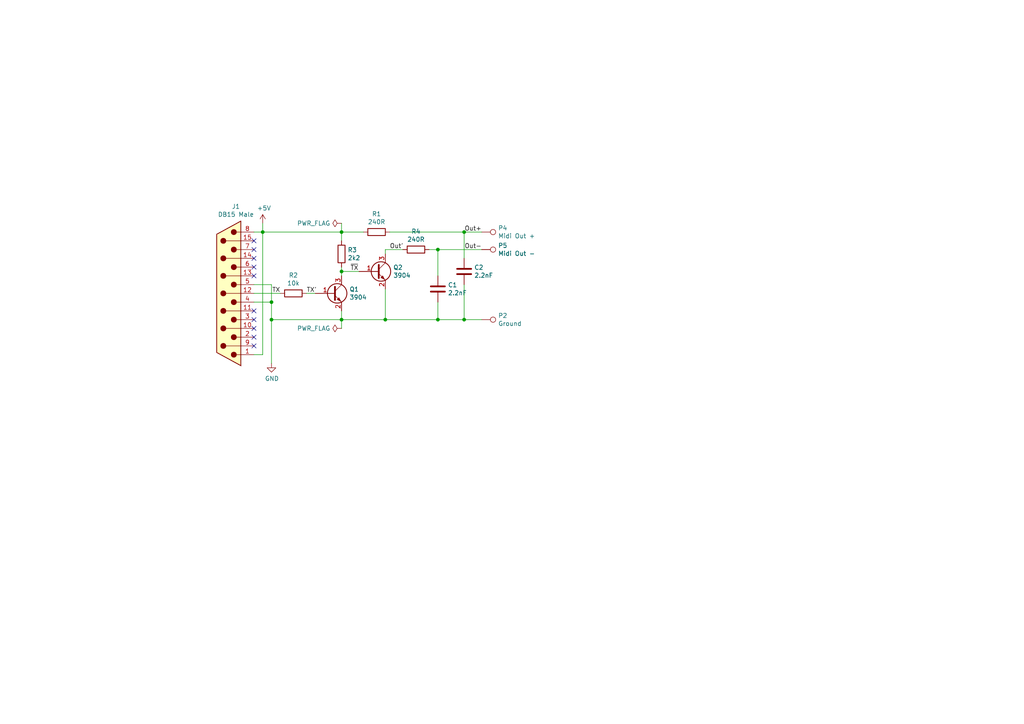
<source format=kicad_sch>
(kicad_sch (version 20211123) (generator eeschema)
  (paper "A4")
  (lib_symbols
    (symbol "Connector:DB15_Male" (pin_names (offset 1.016) hide)
      (property "Reference" "J" (at 0.508 21.59 0))
      (property "Value" "DB15_Male" (at 0 -22.225 0))
      (symbol "DB15_Male_0_1"
        (circle (center -1.778 -17.78) (radius 0.762) (fill (type outline)))
        (circle (center -1.778 -12.7) (radius 0.762) (fill (type outline)))
        (circle (center -1.778 -7.62) (radius 0.762) (fill (type outline)))
        (circle (center -1.778 -2.54) (radius 0.762) (fill (type outline)))
        (circle (center -1.778 2.54) (radius 0.762) (fill (type outline)))
        (circle (center -1.778 7.62) (radius 0.762) (fill (type outline)))
        (circle (center -1.778 12.7) (radius 0.762) (fill (type outline)))
        (circle (center -1.778 17.78) (radius 0.762) (fill (type outline)))
        (polyline (pts (xy -3.81 -17.78) (xy -2.54 -17.78)))
        (polyline (pts (xy -3.81 -15.24) (xy 0.508 -15.24)))
        (polyline (pts (xy -3.81 -12.7) (xy -2.54 -12.7)))
        (polyline (pts (xy -3.81 -10.16) (xy 0.508 -10.16)))
        (polyline (pts (xy -3.81 -7.62) (xy -2.54 -7.62)))
        (polyline (pts (xy -3.81 -5.08) (xy 0.508 -5.08)))
        (polyline (pts (xy -3.81 -2.54) (xy -2.54 -2.54)))
        (polyline (pts (xy -3.81 0) (xy 0.508 0)))
        (polyline (pts (xy -3.81 2.54) (xy -2.54 2.54)))
        (polyline (pts (xy -3.81 5.08) (xy 0.508 5.08)))
        (polyline (pts (xy -3.81 7.62) (xy -2.54 7.62)))
        (polyline (pts (xy -3.81 10.16) (xy 0.508 10.16)))
        (polyline (pts (xy -3.81 12.7) (xy -2.54 12.7)))
        (polyline (pts (xy -3.81 15.24) (xy 0.508 15.24)))
        (polyline (pts (xy -3.81 17.78) (xy -2.54 17.78)))
        (polyline (pts (xy -3.81 -20.955) (xy 3.175 -17.145) (xy 3.175 17.145) (xy -3.81 20.955) (xy -3.81 -20.955)) (stroke (width 0.254)) (fill (type background)))
        (circle (center 1.27 -15.24) (radius 0.762) (fill (type outline)))
        (circle (center 1.27 -10.16) (radius 0.762) (fill (type outline)))
        (circle (center 1.27 -5.08) (radius 0.762) (fill (type outline)))
        (circle (center 1.27 0) (radius 0.762) (fill (type outline)))
        (circle (center 1.27 5.08) (radius 0.762) (fill (type outline)))
        (circle (center 1.27 10.16) (radius 0.762) (fill (type outline)))
        (circle (center 1.27 15.24) (radius 0.762) (fill (type outline)))
      )
      (symbol "DB15_Male_1_1"
        (pin passive line (at -7.62 -17.78 0) (length 3.81) (name "1") (number "1"))
        (pin passive line (at -7.62 -10.16 0) (length 3.81) (name "P10") (number "10"))
        (pin passive line (at -7.62 -5.08 0) (length 3.81) (name "P111") (number "11"))
        (pin passive line (at -7.62 0 0) (length 3.81) (name "P12") (number "12"))
        (pin passive line (at -7.62 5.08 0) (length 3.81) (name "P13") (number "13"))
        (pin passive line (at -7.62 10.16 0) (length 3.81) (name "P14") (number "14"))
        (pin passive line (at -7.62 15.24 0) (length 3.81) (name "P15") (number "15"))
        (pin passive line (at -7.62 -12.7 0) (length 3.81) (name "2") (number "2"))
        (pin passive line (at -7.62 -7.62 0) (length 3.81) (name "3") (number "3"))
        (pin passive line (at -7.62 -2.54 0) (length 3.81) (name "4") (number "4"))
        (pin passive line (at -7.62 2.54 0) (length 3.81) (name "5") (number "5"))
        (pin passive line (at -7.62 7.62 0) (length 3.81) (name "6") (number "6"))
        (pin passive line (at -7.62 12.7 0) (length 3.81) (name "7") (number "7"))
        (pin passive line (at -7.62 17.78 0) (length 3.81) (name "8") (number "8"))
        (pin passive line (at -7.62 -15.24 0) (length 3.81) (name "P9") (number "9"))
      )
    )
    (symbol "Connector:TestPoint" (pin_numbers hide) (pin_names (offset 0.762) hide)
      (property "Reference" "TP" (at 0 6.858 0))
      (property "Value" "TestPoint" (at 0 5.08 0))
      (symbol "TestPoint_0_1"
        (circle (center 0 3.302) (radius 0.762))
      )
      (symbol "TestPoint_1_1"
        (pin passive line (at 0 0 90) (length 2.54) (name "1") (number "1"))
      )
    )
    (symbol "Device:C" (pin_numbers hide) (pin_names (offset 0.254))
      (property "Reference" "C" (at 0.635 2.54 0))
      (property "Value" "C" (at 0.635 -2.54 0))
      (symbol "C_0_1"
        (polyline (pts (xy -2.032 -0.762) (xy 2.032 -0.762)) (stroke (width 0.508)))
        (polyline (pts (xy -2.032 0.762) (xy 2.032 0.762)) (stroke (width 0.508)))
      )
      (symbol "C_1_1"
        (pin passive line (at 0 3.81 270) (length 2.794) (name "~") (number "1"))
        (pin passive line (at 0 -3.81 90) (length 2.794) (name "~") (number "2"))
      )
    )
    (symbol "Device:R" (pin_numbers hide) (pin_names (offset 0))
      (property "Reference" "R" (at 2.032 0 90))
      (property "Value" "R" (at 0 0 90))
      (symbol "R_0_1"
        (rectangle (start -1.016 -2.54) (end 1.016 2.54) (stroke (width 0.254)))
      )
      (symbol "R_1_1"
        (pin passive line (at 0 3.81 270) (length 1.27) (name "~") (number "1"))
        (pin passive line (at 0 -3.81 90) (length 1.27) (name "~") (number "2"))
      )
    )
    (symbol "Transistor_BJT:BC846" (pin_names (offset 0) hide)
      (property "Reference" "Q" (at 5.08 1.905 0))
      (property "Value" "BC846" (at 5.08 0 0))
      (symbol "BC846_0_1"
        (polyline (pts (xy 0.635 0.635) (xy 2.54 2.54)))
        (polyline (pts (xy 0.635 -0.635) (xy 2.54 -2.54) (xy 2.54 -2.54)))
        (polyline (pts (xy 0.635 1.905) (xy 0.635 -1.905) (xy 0.635 -1.905)) (stroke (width 0.508)))
        (polyline (pts (xy 1.27 -1.778) (xy 1.778 -1.27) (xy 2.286 -2.286) (xy 1.27 -1.778) (xy 1.27 -1.778)) (fill (type outline)))
        (circle (center 1.27 0) (radius 2.8194) (stroke (width 0.254)))
      )
      (symbol "BC846_1_1"
        (pin input line (at -5.08 0 0) (length 5.715) (name "B") (number "1"))
        (pin passive line (at 2.54 -5.08 90) (length 2.54) (name "E") (number "2"))
        (pin passive line (at 2.54 5.08 270) (length 2.54) (name "C") (number "3"))
      )
    )
    (symbol "power:+5V" (power) (pin_names (offset 0))
      (property "Value" "+5V" (at 0 3.556 0))
      (symbol "+5V_0_1"
        (polyline (pts (xy -0.762 1.27) (xy 0 2.54)))
        (polyline (pts (xy 0 0) (xy 0 2.54)))
        (polyline (pts (xy 0 2.54) (xy 0.762 1.27)))
      )
      (symbol "+5V_1_1"
        (pin power_in line (at 0 0 90) (length 0) hide (name "+5V") (number "1"))
      )
    )
    (symbol "power:GND" (power) (pin_names (offset 0))
      (property "Value" "GND" (at 0 -3.81 0))
      (symbol "GND_0_1"
        (polyline (pts (xy 0 0) (xy 0 -1.27) (xy 1.27 -1.27) (xy 0 -2.54) (xy -1.27 -1.27) (xy 0 -1.27)))
      )
      (symbol "GND_1_1"
        (pin power_in line (at 0 0 270) (length 0) hide (name "GND") (number "1"))
      )
    )
    (symbol "power:PWR_FLAG" (power) (pin_numbers hide) (pin_names (offset 0) hide)
      (property "Value" "PWR_FLAG" (at 0 3.81 0))
      (symbol "PWR_FLAG_0_0"
        (pin power_out line (at 0 0 90) (length 0) (name "pwr") (number "1"))
      )
      (symbol "PWR_FLAG_0_1"
        (polyline (pts (xy 0 0) (xy 0 1.27) (xy -1.016 1.905) (xy 0 2.54) (xy 1.016 1.905) (xy 0 1.27)))
      )
    )
  )
  (junction (at 76.2 67.31))
  (junction (at 111.76 92.71))
  (junction (at 99.06 92.71))
  (junction (at 134.62 92.71))
  (junction (at 127 92.71))
  (junction (at 78.74 92.71))
  (junction (at 78.74 87.63))
  (junction (at 99.06 78.74))
  (junction (at 127 72.39))
  (junction (at 99.06 67.31))
  (junction (at 134.62 67.31))
  (no_connect (at 73.66 72.39))
  (no_connect (at 73.66 74.93))
  (no_connect (at 73.66 97.79))
  (no_connect (at 73.66 100.33))
  (no_connect (at 73.66 90.17))
  (no_connect (at 73.66 92.71))
  (no_connect (at 73.66 95.25))
  (no_connect (at 73.66 80.01))
  (no_connect (at 73.66 77.47))
  (no_connect (at 73.66 69.85))
  (wire (pts (xy 99.06 78.74) (xy 99.06 77.47)))
  (wire (pts (xy 99.06 80.01) (xy 99.06 78.74)))
  (wire (pts (xy 111.76 72.39) (xy 111.76 73.66)))
  (wire (pts (xy 104.14 78.74) (xy 99.06 78.74)))
  (wire (pts (xy 78.74 82.55) (xy 78.74 87.63)))
  (wire (pts (xy 113.03 67.31) (xy 134.62 67.31)))
  (wire (pts (xy 78.74 92.71) (xy 99.06 92.71)))
  (wire (pts (xy 99.06 67.31) (xy 76.2 67.31)))
  (wire (pts (xy 73.66 87.63) (xy 78.74 87.63)))
  (wire (pts (xy 134.62 92.71) (xy 139.7 92.71)))
  (wire (pts (xy 134.62 92.71) (xy 134.62 82.55)))
  (wire (pts (xy 99.06 69.85) (xy 99.06 67.31)))
  (wire (pts (xy 127 80.01) (xy 127 72.39)))
  (wire (pts (xy 76.2 67.31) (xy 76.2 64.77)))
  (wire (pts (xy 134.62 74.93) (xy 134.62 67.31)))
  (wire (pts (xy 73.66 102.87) (xy 76.2 102.87)))
  (wire (pts (xy 78.74 92.71) (xy 78.74 105.41)))
  (wire (pts (xy 88.9 85.09) (xy 91.44 85.09)))
  (wire (pts (xy 73.66 82.55) (xy 78.74 82.55)))
  (wire (pts (xy 99.06 92.71) (xy 99.06 90.17)))
  (wire (pts (xy 127 92.71) (xy 134.62 92.71)))
  (wire (pts (xy 73.66 85.09) (xy 81.28 85.09)))
  (wire (pts (xy 76.2 102.87) (xy 76.2 67.31)))
  (wire (pts (xy 127 92.71) (xy 127 87.63)))
  (wire (pts (xy 111.76 92.71) (xy 111.76 83.82)))
  (wire (pts (xy 99.06 64.77) (xy 99.06 67.31)))
  (wire (pts (xy 127 72.39) (xy 139.7 72.39)))
  (wire (pts (xy 99.06 92.71) (xy 111.76 92.71)))
  (wire (pts (xy 78.74 87.63) (xy 78.74 92.71)))
  (wire (pts (xy 105.41 67.31) (xy 99.06 67.31)))
  (wire (pts (xy 134.62 67.31) (xy 139.7 67.31)))
  (wire (pts (xy 73.66 67.31) (xy 76.2 67.31)))
  (wire (pts (xy 99.06 92.71) (xy 99.06 95.25)))
  (wire (pts (xy 111.76 92.71) (xy 127 92.71)))
  (wire (pts (xy 124.46 72.39) (xy 127 72.39)))
  (wire (pts (xy 116.84 72.39) (xy 111.76 72.39)))
  (label "~{TX}" (at 101.6 78.74 0))
  (label "TX" (at 81.28 85.09 180))
  (label "Out'" (at 113.03 72.39 0))
  (label "Out-" (at 139.7 72.39 180))
  (label "TX'" (at 88.9 85.09 0))
  (label "Out+" (at 139.7 67.31 180))
  (symbol (lib_id "Connector:DB15_Male") (at 66.04 85.09 0) (mirror y) (unit 1)
    (property "Reference" "J1" (at 68.4276 59.8932 0))
    (property "Value" "DB15 Male" (at 68.4276 62.2046 0))
    (property "Footprint" "Connector_Dsub:DSUB-15_Male_EdgeMount_P2.77mm" (effects hide))
    (property "Datasheet" " ~" (effects hide))
  )
  (symbol (lib_id "power:+5V") (at 76.2 64.77 0) (unit 1)
    (property "Reference" "#PWR0101" (effects hide))
    (property "Value" "+5V" (at 76.581 60.3758 0))
  )
  (symbol (lib_id "power:GND") (at 78.74 105.41 0) (unit 1)
    (property "Reference" "#PWR0102" (effects hide))
    (property "Value" "GND" (at 78.867 109.8042 0))
  )
  (symbol (lib_id "Device:R") (at 85.09 85.09 270) (unit 1)
    (property "Reference" "R2" (at 85.09 79.8322 90))
    (property "Value" "10k" (at 85.09 82.1436 90))
    (property "Footprint" "Resistor_SMD:R_0805_2012Metric_Pad1.20x1.40mm_HandSolder" (effects hide))
  )
  (symbol (lib_id "Transistor_BJT:BC846") (at 96.52 85.09 0) (unit 1)
    (property "Reference" "Q1" (at 101.346 83.9216 0) (effects (justify left)))
    (property "Value" "3904" (at 101.346 86.233 0) (effects (justify left)))
    (property "Footprint" "Package_TO_SOT_SMD:SOT-23" (effects hide))
    (property "Datasheet" "https://assets.nexperia.com/documents/data-sheet/BC846_SER.pdf" (effects hide))
  )
  (symbol (lib_id "Transistor_BJT:BC846") (at 109.22 78.74 0) (unit 1)
    (property "Reference" "Q2" (at 114.046 77.5716 0) (effects (justify left)))
    (property "Value" "3904" (at 114.046 79.883 0) (effects (justify left)))
    (property "Footprint" "Package_TO_SOT_SMD:SOT-23" (effects hide))
    (property "Datasheet" "https://assets.nexperia.com/documents/data-sheet/BC846_SER.pdf" (effects hide))
  )
  (symbol (lib_id "Device:R") (at 99.06 73.66 180) (unit 1)
    (property "Reference" "R3" (at 100.838 72.4916 0) (effects (justify right)))
    (property "Value" "2k2" (at 100.838 74.803 0) (effects (justify right)))
    (property "Footprint" "Resistor_SMD:R_0805_2012Metric_Pad1.20x1.40mm_HandSolder" (effects hide))
  )
  (symbol (lib_id "Device:R") (at 120.65 72.39 270) (unit 1)
    (property "Reference" "R4" (at 120.65 67.1322 90))
    (property "Value" "240R" (at 120.65 69.4436 90))
    (property "Footprint" "Resistor_SMD:R_0805_2012Metric_Pad1.20x1.40mm_HandSolder" (effects hide))
  )
  (symbol (lib_id "Device:R") (at 109.22 67.31 270) (unit 1)
    (property "Reference" "R1" (at 109.22 62.0522 90))
    (property "Value" "240R" (at 109.22 64.3636 90))
    (property "Footprint" "Resistor_SMD:R_0805_2012Metric_Pad1.20x1.40mm_HandSolder" (effects hide))
  )
  (symbol (lib_id "Device:C") (at 127 83.82 0) (unit 1)
    (property "Reference" "C1" (at 129.921 82.6516 0) (effects (justify left)))
    (property "Value" "2.2nF" (at 129.921 84.963 0) (effects (justify left)))
    (property "Footprint" "Capacitor_SMD:C_0805_2012Metric_Pad1.18x1.45mm_HandSolder" (effects hide))
  )
  (symbol (lib_id "Device:C") (at 134.62 78.74 0) (unit 1)
    (property "Reference" "C2" (at 137.541 77.5716 0) (effects (justify left)))
    (property "Value" "2.2nF" (at 137.541 79.883 0) (effects (justify left)))
    (property "Footprint" "Capacitor_SMD:C_0805_2012Metric_Pad1.18x1.45mm_HandSolder" (effects hide))
  )
  (symbol (lib_id "Connector:TestPoint") (at 139.7 67.31 270) (unit 1)
    (property "Reference" "P4" (at 144.4752 66.1416 90) (effects (justify left)))
    (property "Value" "Midi Out +" (at 144.4752 68.453 90) (effects (justify left)))
    (property "Footprint" "TestPoint:TestPoint_Pad_2.0x2.0mm" (effects hide))
  )
  (symbol (lib_id "Connector:TestPoint") (at 139.7 72.39 270) (unit 1)
    (property "Reference" "P5" (at 144.4752 71.2216 90) (effects (justify left)))
    (property "Value" "Midi Out -" (at 144.4752 73.533 90) (effects (justify left)))
    (property "Footprint" "TestPoint:TestPoint_Pad_2.0x2.0mm" (effects hide))
  )
  (symbol (lib_id "Connector:TestPoint") (at 139.7 92.71 270) (unit 1)
    (property "Reference" "P2" (at 144.4752 91.5416 90) (effects (justify left)))
    (property "Value" "Ground" (at 144.4752 93.853 90) (effects (justify left)))
    (property "Footprint" "TestPoint:TestPoint_Pad_2.0x2.0mm" (effects hide))
  )
  (symbol (lib_id "power:PWR_FLAG") (at 99.06 64.77 90) (unit 1)
    (property "Reference" "#FLG0101" (effects hide))
    (property "Value" "PWR_FLAG" (at 95.8088 64.77 90) (effects (justify left)))
  )
  (symbol (lib_id "power:PWR_FLAG") (at 99.06 95.25 90) (unit 1)
    (property "Reference" "#FLG0102" (effects hide))
    (property "Value" "PWR_FLAG" (at 95.8088 95.25 90) (effects (justify left)))
  )
)
</source>
